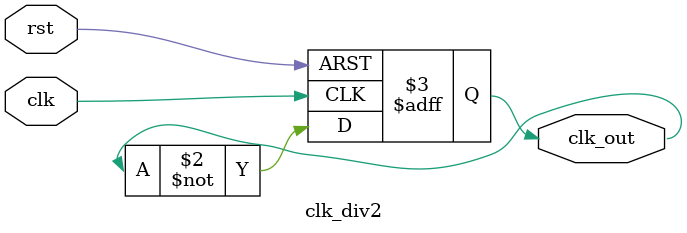
<source format=v>
module clk_div2 (
    input clk, rst,
    output reg clk_out
);
  always @(posedge clk or posedge rst) begin
    if(rst)
      clk_out <= 0;
    else
      clk_out <= ~clk_out;
  end
endmodule

</source>
